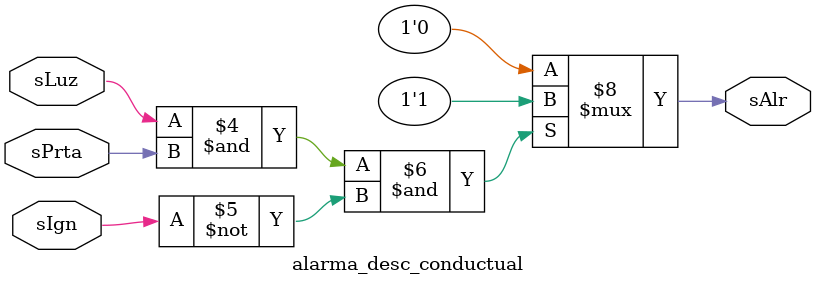
<source format=v>
module alarma_desc_conductual (
	output reg	sAlr,	// sAlr de tipo reg, almacena el valor
	input 		sLuz,	// No se indica el tipo de sLuz,  wire implícito
	input 		sPrta,	// No se indica el tipo de sPrta, wire implícito
	input 		sIgn);	// No se indica el tipo de sIgn,  wire implícito
	// En las descripciones conductuales, los puertos de entrada son wires.
	// Los puertos de salida pueden ser wires o regs, dependiendo de la
	// implementación.

	always @ (*) begin // always combinacional, bloque de procedimiento/comportamiento
	// (*) Lista de sensitividad, entra al "always" ante cualquier cambio
	// en (sLuz or sPrta or sIgn)
		if (sLuz == 1 & sPrta == 1 & sIgn == 0)
			sAlr 	= 1;	// Asignación bloqueante (=)
      		else
			sAlr	= 0;	// Asignación bloqueante (=)
    	end
endmodule

</source>
